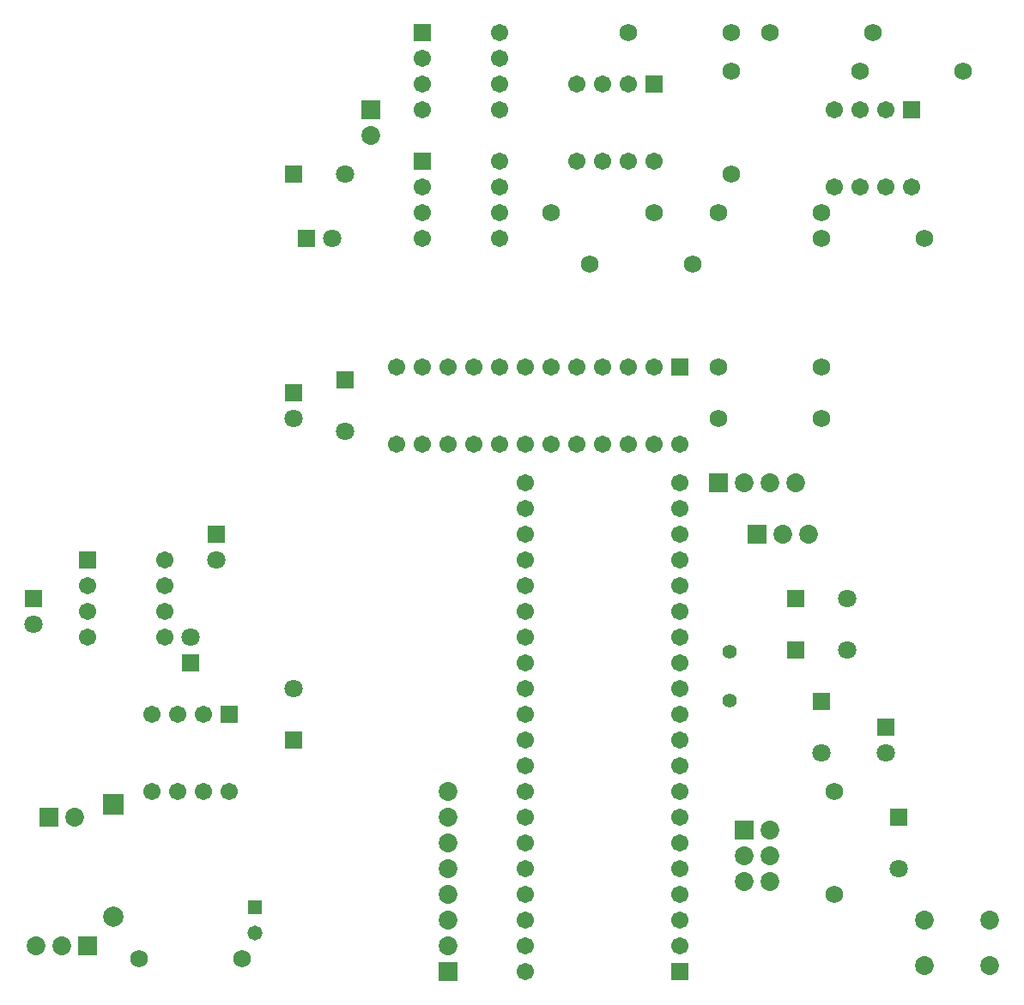
<source format=gbs>
G04 DipTrace Beta 2.3.5.2*
%INscope.GBS*%
%MOIN*%
%ADD17R,0.0709X0.0709*%
%ADD39C,0.056*%
%ADD41C,0.0671*%
%ADD43R,0.0671X0.0671*%
%ADD45C,0.068*%
%ADD47C,0.068*%
%ADD49R,0.058X0.058*%
%ADD51C,0.058*%
%ADD53C,0.073*%
%ADD55R,0.073X0.073*%
%ADD57C,0.0789*%
%ADD59R,0.0789X0.0789*%
%ADD61C,0.071*%
%FSLAX44Y44*%
G04*
G70*
G90*
G75*
G01*
%LNBotMask*%
%LPD*%
D61*
X38440Y8940D3*
D17*
Y10940D3*
D61*
X36440Y19440D3*
D17*
X34440D3*
D61*
X36440Y17440D3*
D17*
X34440D3*
D61*
X4853Y18435D3*
D17*
Y19435D3*
D61*
X10940Y17940D3*
D17*
Y16940D3*
D61*
X16940Y35940D3*
D17*
X14940D3*
D61*
X16440Y33440D3*
D17*
X15440D3*
D61*
X11940Y20940D3*
D17*
Y21940D3*
D61*
X16940Y25940D3*
D17*
Y27940D3*
D61*
X14940Y26440D3*
D17*
Y27440D3*
D61*
X35440Y13440D3*
D17*
Y15440D3*
D61*
X37940Y13440D3*
D17*
Y14440D3*
D61*
X14940Y15940D3*
D17*
Y13940D3*
D59*
X7940Y11440D3*
D57*
Y7090D3*
D55*
X32440Y10440D3*
D53*
Y9440D3*
Y8440D3*
X33440D3*
Y9440D3*
Y10440D3*
D55*
X32940Y21940D3*
D53*
X33940D3*
X34940D3*
D55*
X31440Y23940D3*
D53*
X32440D3*
X33440D3*
X34440D3*
D55*
X5440Y10940D3*
D53*
X6440D3*
D55*
X17940Y38440D3*
D53*
Y37440D3*
D55*
X20940Y4940D3*
D53*
Y5940D3*
Y6940D3*
Y7940D3*
Y8940D3*
Y9940D3*
Y10940D3*
Y11940D3*
D51*
X13440Y6440D3*
D49*
Y7440D3*
D47*
X35940Y7940D3*
D45*
Y11940D3*
D47*
X31940Y39940D3*
D45*
Y35940D3*
D47*
X27940Y41440D3*
D45*
X31940D3*
D47*
X26440Y32440D3*
D45*
X30440D3*
D47*
X24940Y34440D3*
D45*
X28940D3*
D47*
X33440Y41440D3*
D45*
X37440D3*
D47*
X36940Y39940D3*
D45*
X40940D3*
D47*
X31440Y34440D3*
D45*
X35440D3*
D47*
Y33440D3*
D45*
X39440D3*
D47*
X35440Y28440D3*
D45*
X31440D3*
D47*
X35440Y26440D3*
D45*
X31440D3*
D47*
X8940Y5440D3*
D45*
X12940D3*
D53*
X39440Y6940D3*
Y5170D3*
X42000D3*
Y6940D3*
D55*
X6940Y5940D3*
D53*
X5940D3*
X4940D3*
D43*
X29940Y4940D3*
D41*
Y5940D3*
Y6940D3*
Y7940D3*
Y8940D3*
Y9940D3*
Y10940D3*
Y11940D3*
Y12940D3*
Y13940D3*
Y14940D3*
Y15940D3*
Y16940D3*
Y17940D3*
Y18940D3*
Y19940D3*
Y20940D3*
Y21940D3*
Y22940D3*
Y23940D3*
X23940D3*
Y22940D3*
Y21940D3*
Y20940D3*
Y19940D3*
Y18940D3*
Y17940D3*
Y16940D3*
Y15940D3*
Y14940D3*
Y13940D3*
Y12940D3*
Y11940D3*
Y10940D3*
Y9940D3*
Y8940D3*
Y7940D3*
Y6940D3*
Y5940D3*
Y4940D3*
D43*
X19940Y36440D3*
D41*
Y35440D3*
Y34440D3*
Y33440D3*
X22940D3*
Y34440D3*
Y35440D3*
Y36440D3*
D43*
X19940Y41440D3*
D41*
Y40440D3*
Y39440D3*
Y38440D3*
X22940D3*
Y39440D3*
Y40440D3*
Y41440D3*
D43*
X28940Y39440D3*
D41*
X27940D3*
X26940D3*
X25940D3*
Y36440D3*
X26940D3*
X27940D3*
X28940D3*
D43*
X38940Y38440D3*
D41*
X37940D3*
X36940D3*
X35940D3*
Y35440D3*
X36940D3*
X37940D3*
X38940D3*
D43*
X29940Y28440D3*
D41*
X28940D3*
X27940D3*
X26940D3*
X25940D3*
X24940D3*
X23940D3*
X22940D3*
X21940D3*
X20940D3*
X19940D3*
X18940D3*
Y25440D3*
X19940D3*
X20940D3*
X21940D3*
X22940D3*
X23940D3*
X24940D3*
X25940D3*
X26940D3*
X27940D3*
X28940D3*
X29940D3*
D43*
X12440Y14940D3*
D41*
X11440D3*
X10440D3*
X9440D3*
Y11940D3*
X10440D3*
X11440D3*
X12440D3*
D43*
X6940Y20940D3*
D41*
Y19940D3*
Y18940D3*
Y17940D3*
X9940D3*
Y18940D3*
Y19940D3*
Y20940D3*
D39*
X31890Y15490D3*
Y17390D3*
M02*

</source>
